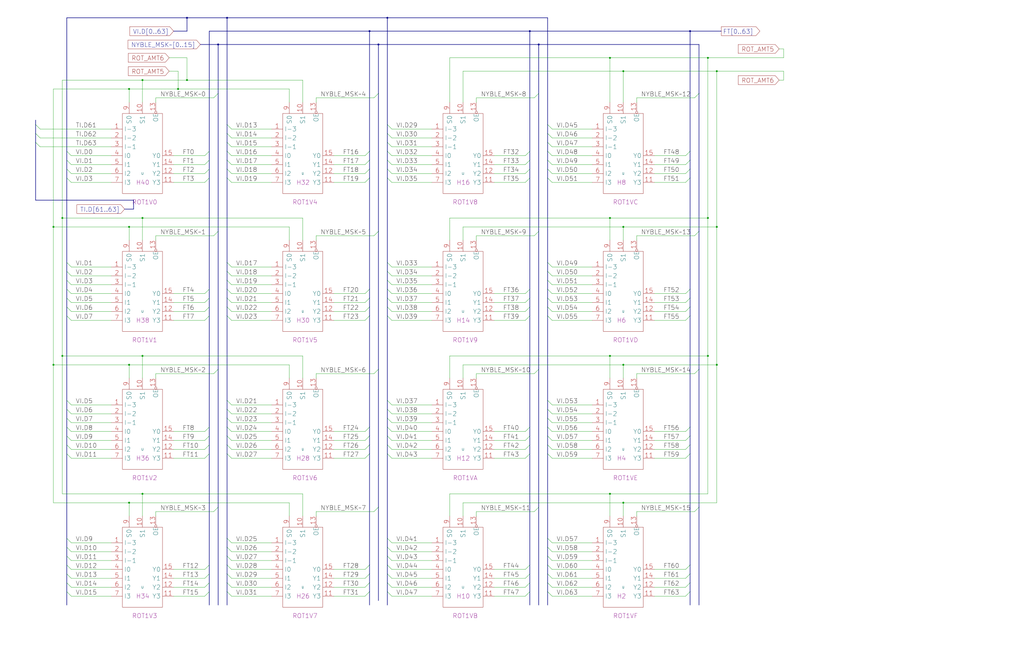
<source format=kicad_sch>
(kicad_sch (version 20220404) (generator eeschema)
  (paper "User" 584.2 378.46)
  (title_block (title "ROTATOR TIER1/VALUE HALF") (date "20-MAR-90") (rev "1.0") (comment 1 "FIU") (comment 2 "232-003065") (comment 3 "S400") (comment 4 "RELEASED"))
  (junction (at 73.66 208.28))
  (junction (at 73.66 287.02))
  (junction (at 210.82 17.78))
  (junction (at 106.68 45.72))
  (junction (at 129.54 10.16))
  (junction (at 347.98 203.2))
  (junction (at 408.94 129.54))
  (junction (at 220.98 10.16))
  (junction (at 81.28 203.2))
  (junction (at 393.7 17.78))
  (junction (at 355.6 40.64))
  (junction (at 35.56 203.2))
  (junction (at 73.66 50.8))
  (junction (at 81.28 281.94))
  (junction (at 347.98 124.46))
  (junction (at 81.28 45.72))
  (junction (at 403.86 33.02))
  (junction (at 30.48 129.54))
  (junction (at 408.94 40.64))
  (junction (at 215.9 25.4))
  (junction (at 81.28 124.46))
  (junction (at 35.56 124.46))
  (junction (at 106.68 10.16))
  (junction (at 347.98 33.02))
  (junction (at 355.6 208.28))
  (junction (at 403.86 124.46))
  (junction (at 355.6 129.54))
  (junction (at 30.48 208.28))
  (junction (at 302.26 17.78))
  (junction (at 408.94 208.28))
  (junction (at 124.46 25.4))
  (junction (at 347.98 281.94))
  (junction (at 73.66 129.54))
  (junction (at 101.6 50.8))
  (junction (at 403.86 203.2))
  (junction (at 355.6 287.02))
  (junction (at 307.34 25.4))
  (bus_entry (at 129.54 332.74) (size 2.54 2.54))
  (bus_entry (at 38.1 170.18) (size 2.54 2.54))
  (bus_entry (at 119.38 248.92) (size -2.54 2.54))
  (bus_entry (at 393.7 165.1) (size -2.54 2.54))
  (bus_entry (at 220.98 327.66) (size 2.54 2.54))
  (bus_entry (at 124.46 53.34) (size -2.54 2.54))
  (bus_entry (at 129.54 96.52) (size 2.54 2.54))
  (bus_entry (at 210.82 259.08) (size -2.54 2.54))
  (bus_entry (at 312.42 228.6) (size 2.54 2.54))
  (bus_entry (at 38.1 101.6) (size 2.54 2.54))
  (bus_entry (at 210.82 248.92) (size -2.54 2.54))
  (bus_entry (at 38.1 307.34) (size 2.54 2.54))
  (bus_entry (at 210.82 96.52) (size -2.54 2.54))
  (bus_entry (at 302.26 180.34) (size -2.54 2.54))
  (bus_entry (at 312.42 96.52) (size 2.54 2.54))
  (bus_entry (at 129.54 322.58) (size 2.54 2.54))
  (bus_entry (at 398.78 210.82) (size -2.54 2.54))
  (bus_entry (at 38.1 154.94) (size 2.54 2.54))
  (bus_entry (at 20.32 71.12) (size 2.54 2.54))
  (bus_entry (at 302.26 91.44) (size -2.54 2.54))
  (bus_entry (at 119.38 96.52) (size -2.54 2.54))
  (bus_entry (at 307.34 210.82) (size -2.54 2.54))
  (bus_entry (at 220.98 170.18) (size 2.54 2.54))
  (bus_entry (at 38.1 243.84) (size 2.54 2.54))
  (bus_entry (at 210.82 165.1) (size -2.54 2.54))
  (bus_entry (at 302.26 327.66) (size -2.54 2.54))
  (bus_entry (at 302.26 322.58) (size -2.54 2.54))
  (bus_entry (at 307.34 289.56) (size -2.54 2.54))
  (bus_entry (at 129.54 71.12) (size 2.54 2.54))
  (bus_entry (at 312.42 81.28) (size 2.54 2.54))
  (bus_entry (at 119.38 175.26) (size -2.54 2.54))
  (bus_entry (at 119.38 170.18) (size -2.54 2.54))
  (bus_entry (at 210.82 243.84) (size -2.54 2.54))
  (bus_entry (at 129.54 238.76) (size 2.54 2.54))
  (bus_entry (at 38.1 337.82) (size 2.54 2.54))
  (bus_entry (at 302.26 243.84) (size -2.54 2.54))
  (bus_entry (at 124.46 289.56) (size -2.54 2.54))
  (bus_entry (at 312.42 317.5) (size 2.54 2.54))
  (bus_entry (at 312.42 259.08) (size 2.54 2.54))
  (bus_entry (at 38.1 165.1) (size 2.54 2.54))
  (bus_entry (at 129.54 175.26) (size 2.54 2.54))
  (bus_entry (at 38.1 259.08) (size 2.54 2.54))
  (bus_entry (at 38.1 149.86) (size 2.54 2.54))
  (bus_entry (at 129.54 154.94) (size 2.54 2.54))
  (bus_entry (at 302.26 248.92) (size -2.54 2.54))
  (bus_entry (at 119.38 101.6) (size -2.54 2.54))
  (bus_entry (at 220.98 165.1) (size 2.54 2.54))
  (bus_entry (at 210.82 91.44) (size -2.54 2.54))
  (bus_entry (at 312.42 327.66) (size 2.54 2.54))
  (bus_entry (at 129.54 91.44) (size 2.54 2.54))
  (bus_entry (at 38.1 86.36) (size 2.54 2.54))
  (bus_entry (at 129.54 101.6) (size 2.54 2.54))
  (bus_entry (at 38.1 160.02) (size 2.54 2.54))
  (bus_entry (at 393.7 180.34) (size -2.54 2.54))
  (bus_entry (at 119.38 86.36) (size -2.54 2.54))
  (bus_entry (at 129.54 165.1) (size 2.54 2.54))
  (bus_entry (at 312.42 165.1) (size 2.54 2.54))
  (bus_entry (at 393.7 254) (size -2.54 2.54))
  (bus_entry (at 210.82 86.36) (size -2.54 2.54))
  (bus_entry (at 38.1 327.66) (size 2.54 2.54))
  (bus_entry (at 398.78 289.56) (size -2.54 2.54))
  (bus_entry (at 312.42 91.44) (size 2.54 2.54))
  (bus_entry (at 312.42 180.34) (size 2.54 2.54))
  (bus_entry (at 129.54 327.66) (size 2.54 2.54))
  (bus_entry (at 220.98 180.34) (size 2.54 2.54))
  (bus_entry (at 398.78 132.08) (size -2.54 2.54))
  (bus_entry (at 312.42 160.02) (size 2.54 2.54))
  (bus_entry (at 210.82 337.82) (size -2.54 2.54))
  (bus_entry (at 210.82 101.6) (size -2.54 2.54))
  (bus_entry (at 38.1 332.74) (size 2.54 2.54))
  (bus_entry (at 312.42 238.76) (size 2.54 2.54))
  (bus_entry (at 38.1 91.44) (size 2.54 2.54))
  (bus_entry (at 129.54 248.92) (size 2.54 2.54))
  (bus_entry (at 312.42 233.68) (size 2.54 2.54))
  (bus_entry (at 210.82 322.58) (size -2.54 2.54))
  (bus_entry (at 129.54 254) (size 2.54 2.54))
  (bus_entry (at 220.98 86.36) (size 2.54 2.54))
  (bus_entry (at 119.38 259.08) (size -2.54 2.54))
  (bus_entry (at 220.98 233.68) (size 2.54 2.54))
  (bus_entry (at 119.38 180.34) (size -2.54 2.54))
  (bus_entry (at 393.7 86.36) (size -2.54 2.54))
  (bus_entry (at 220.98 259.08) (size 2.54 2.54))
  (bus_entry (at 119.38 165.1) (size -2.54 2.54))
  (bus_entry (at 38.1 254) (size 2.54 2.54))
  (bus_entry (at 38.1 238.76) (size 2.54 2.54))
  (bus_entry (at 307.34 53.34) (size -2.54 2.54))
  (bus_entry (at 312.42 101.6) (size 2.54 2.54))
  (bus_entry (at 312.42 71.12) (size 2.54 2.54))
  (bus_entry (at 393.7 332.74) (size -2.54 2.54))
  (bus_entry (at 38.1 322.58) (size 2.54 2.54))
  (bus_entry (at 129.54 243.84) (size 2.54 2.54))
  (bus_entry (at 302.26 337.82) (size -2.54 2.54))
  (bus_entry (at 129.54 81.28) (size 2.54 2.54))
  (bus_entry (at 129.54 149.86) (size 2.54 2.54))
  (bus_entry (at 393.7 175.26) (size -2.54 2.54))
  (bus_entry (at 129.54 233.68) (size 2.54 2.54))
  (bus_entry (at 220.98 322.58) (size 2.54 2.54))
  (bus_entry (at 307.34 132.08) (size -2.54 2.54))
  (bus_entry (at 119.38 254) (size -2.54 2.54))
  (bus_entry (at 220.98 149.86) (size 2.54 2.54))
  (bus_entry (at 302.26 259.08) (size -2.54 2.54))
  (bus_entry (at 38.1 312.42) (size 2.54 2.54))
  (bus_entry (at 220.98 317.5) (size 2.54 2.54))
  (bus_entry (at 302.26 254) (size -2.54 2.54))
  (bus_entry (at 210.82 332.74) (size -2.54 2.54))
  (bus_entry (at 312.42 170.18) (size 2.54 2.54))
  (bus_entry (at 129.54 317.5) (size 2.54 2.54))
  (bus_entry (at 129.54 307.34) (size 2.54 2.54))
  (bus_entry (at 393.7 259.08) (size -2.54 2.54))
  (bus_entry (at 393.7 248.92) (size -2.54 2.54))
  (bus_entry (at 393.7 243.84) (size -2.54 2.54))
  (bus_entry (at 393.7 322.58) (size -2.54 2.54))
  (bus_entry (at 210.82 327.66) (size -2.54 2.54))
  (bus_entry (at 215.9 132.08) (size -2.54 2.54))
  (bus_entry (at 119.38 327.66) (size -2.54 2.54))
  (bus_entry (at 220.98 332.74) (size 2.54 2.54))
  (bus_entry (at 393.7 170.18) (size -2.54 2.54))
  (bus_entry (at 393.7 96.52) (size -2.54 2.54))
  (bus_entry (at 38.1 175.26) (size 2.54 2.54))
  (bus_entry (at 312.42 322.58) (size 2.54 2.54))
  (bus_entry (at 38.1 96.52) (size 2.54 2.54))
  (bus_entry (at 220.98 312.42) (size 2.54 2.54))
  (bus_entry (at 215.9 210.82) (size -2.54 2.54))
  (bus_entry (at 20.32 81.28) (size 2.54 2.54))
  (bus_entry (at 220.98 101.6) (size 2.54 2.54))
  (bus_entry (at 220.98 71.12) (size 2.54 2.54))
  (bus_entry (at 119.38 91.44) (size -2.54 2.54))
  (bus_entry (at 119.38 337.82) (size -2.54 2.54))
  (bus_entry (at 210.82 254) (size -2.54 2.54))
  (bus_entry (at 312.42 149.86) (size 2.54 2.54))
  (bus_entry (at 302.26 101.6) (size -2.54 2.54))
  (bus_entry (at 220.98 160.02) (size 2.54 2.54))
  (bus_entry (at 129.54 259.08) (size 2.54 2.54))
  (bus_entry (at 312.42 337.82) (size 2.54 2.54))
  (bus_entry (at 215.9 53.34) (size -2.54 2.54))
  (bus_entry (at 220.98 81.28) (size 2.54 2.54))
  (bus_entry (at 220.98 76.2) (size 2.54 2.54))
  (bus_entry (at 38.1 317.5) (size 2.54 2.54))
  (bus_entry (at 210.82 180.34) (size -2.54 2.54))
  (bus_entry (at 119.38 332.74) (size -2.54 2.54))
  (bus_entry (at 312.42 248.92) (size 2.54 2.54))
  (bus_entry (at 220.98 243.84) (size 2.54 2.54))
  (bus_entry (at 312.42 76.2) (size 2.54 2.54))
  (bus_entry (at 129.54 337.82) (size 2.54 2.54))
  (bus_entry (at 302.26 332.74) (size -2.54 2.54))
  (bus_entry (at 124.46 210.82) (size -2.54 2.54))
  (bus_entry (at 129.54 170.18) (size 2.54 2.54))
  (bus_entry (at 119.38 322.58) (size -2.54 2.54))
  (bus_entry (at 220.98 154.94) (size 2.54 2.54))
  (bus_entry (at 124.46 132.08) (size -2.54 2.54))
  (bus_entry (at 38.1 228.6) (size 2.54 2.54))
  (bus_entry (at 312.42 254) (size 2.54 2.54))
  (bus_entry (at 393.7 337.82) (size -2.54 2.54))
  (bus_entry (at 129.54 228.6) (size 2.54 2.54))
  (bus_entry (at 312.42 312.42) (size 2.54 2.54))
  (bus_entry (at 215.9 289.56) (size -2.54 2.54))
  (bus_entry (at 312.42 86.36) (size 2.54 2.54))
  (bus_entry (at 302.26 165.1) (size -2.54 2.54))
  (bus_entry (at 312.42 175.26) (size 2.54 2.54))
  (bus_entry (at 119.38 243.84) (size -2.54 2.54))
  (bus_entry (at 220.98 337.82) (size 2.54 2.54))
  (bus_entry (at 220.98 228.6) (size 2.54 2.54))
  (bus_entry (at 129.54 180.34) (size 2.54 2.54))
  (bus_entry (at 220.98 254) (size 2.54 2.54))
  (bus_entry (at 220.98 96.52) (size 2.54 2.54))
  (bus_entry (at 129.54 86.36) (size 2.54 2.54))
  (bus_entry (at 38.1 233.68) (size 2.54 2.54))
  (bus_entry (at 302.26 86.36) (size -2.54 2.54))
  (bus_entry (at 393.7 101.6) (size -2.54 2.54))
  (bus_entry (at 220.98 238.76) (size 2.54 2.54))
  (bus_entry (at 210.82 170.18) (size -2.54 2.54))
  (bus_entry (at 312.42 154.94) (size 2.54 2.54))
  (bus_entry (at 220.98 248.92) (size 2.54 2.54))
  (bus_entry (at 220.98 175.26) (size 2.54 2.54))
  (bus_entry (at 38.1 180.34) (size 2.54 2.54))
  (bus_entry (at 302.26 96.52) (size -2.54 2.54))
  (bus_entry (at 129.54 160.02) (size 2.54 2.54))
  (bus_entry (at 312.42 332.74) (size 2.54 2.54))
  (bus_entry (at 220.98 91.44) (size 2.54 2.54))
  (bus_entry (at 398.78 53.34) (size -2.54 2.54))
  (bus_entry (at 312.42 307.34) (size 2.54 2.54))
  (bus_entry (at 302.26 175.26) (size -2.54 2.54))
  (bus_entry (at 210.82 175.26) (size -2.54 2.54))
  (bus_entry (at 393.7 327.66) (size -2.54 2.54))
  (bus_entry (at 129.54 312.42) (size 2.54 2.54))
  (bus_entry (at 20.32 76.2) (size 2.54 2.54))
  (bus_entry (at 302.26 170.18) (size -2.54 2.54))
  (bus_entry (at 129.54 76.2) (size 2.54 2.54))
  (bus_entry (at 38.1 248.92) (size 2.54 2.54))
  (bus_entry (at 393.7 91.44) (size -2.54 2.54))
  (bus_entry (at 312.42 243.84) (size 2.54 2.54))
  (bus_entry (at 220.98 307.34) (size 2.54 2.54))
  (bus (pts (xy 302.26 259.08) (xy 302.26 322.58)))
  (wire (pts (xy 264.16 40.64) (xy 355.6 40.64)))
  (wire (pts (xy 101.6 40.64) (xy 101.6 50.8)))
  (wire (pts (xy 40.64 93.98) (xy 63.5 93.98)))
  (bus (pts (xy 124.46 210.82) (xy 124.46 289.56)))
  (wire (pts (xy 355.6 208.28) (xy 264.16 208.28)))
  (wire (pts (xy 223.52 241.3) (xy 246.38 241.3)))
  (wire (pts (xy 223.52 177.8) (xy 246.38 177.8)))
  (bus (pts (xy 119.38 332.74) (xy 119.38 337.82)))
  (bus (pts (xy 302.26 322.58) (xy 302.26 327.66)))
  (wire (pts (xy 256.54 124.46) (xy 347.98 124.46)))
  (bus (pts (xy 215.9 289.56) (xy 215.9 342.9)))
  (wire (pts (xy 106.68 33.02) (xy 106.68 45.72)))
  (wire (pts (xy 264.16 287.02) (xy 355.6 287.02)))
  (wire (pts (xy 314.96 335.28) (xy 337.82 335.28)))
  (wire (pts (xy 190.5 104.14) (xy 208.28 104.14)))
  (wire (pts (xy 281.94 167.64) (xy 299.72 167.64)))
  (wire (pts (xy 223.52 93.98) (xy 246.38 93.98)))
  (bus (pts (xy 398.78 132.08) (xy 398.78 210.82)))
  (wire (pts (xy 132.08 162.56) (xy 154.94 162.56)))
  (bus (pts (xy 220.98 243.84) (xy 220.98 248.92)))
  (wire (pts (xy 40.64 152.4) (xy 63.5 152.4)))
  (wire (pts (xy 355.6 40.64) (xy 355.6 58.42)))
  (bus (pts (xy 312.42 160.02) (xy 312.42 165.1)))
  (wire (pts (xy 447.04 33.02) (xy 403.86 33.02)))
  (bus (pts (xy 398.78 210.82) (xy 398.78 289.56)))
  (wire (pts (xy 81.28 45.72) (xy 81.28 58.42)))
  (bus (pts (xy 312.42 71.12) (xy 312.42 76.2)))
  (wire (pts (xy 444.5 45.72) (xy 447.04 45.72)))
  (wire (pts (xy 281.94 182.88) (xy 299.72 182.88)))
  (wire (pts (xy 132.08 261.62) (xy 154.94 261.62)))
  (wire (pts (xy 223.52 162.56) (xy 246.38 162.56)))
  (wire (pts (xy 81.28 203.2) (xy 81.28 215.9)))
  (wire (pts (xy 190.5 256.54) (xy 208.28 256.54)))
  (bus (pts (xy 312.42 76.2) (xy 312.42 81.28)))
  (bus (pts (xy 312.42 233.68) (xy 312.42 238.76)))
  (bus (pts (xy 119.38 254) (xy 119.38 259.08)))
  (bus (pts (xy 220.98 154.94) (xy 220.98 160.02)))
  (bus (pts (xy 119.38 17.78) (xy 119.38 86.36)))
  (wire (pts (xy 190.5 182.88) (xy 208.28 182.88)))
  (bus (pts (xy 210.82 180.34) (xy 210.82 243.84)))
  (bus (pts (xy 210.82 175.26) (xy 210.82 180.34)))
  (wire (pts (xy 281.94 177.8) (xy 299.72 177.8)))
  (wire (pts (xy 81.28 281.94) (xy 35.56 281.94)))
  (wire (pts (xy 190.5 99.06) (xy 208.28 99.06)))
  (bus (pts (xy 220.98 170.18) (xy 220.98 175.26)))
  (bus (pts (xy 38.1 149.86) (xy 38.1 154.94)))
  (bus (pts (xy 302.26 327.66) (xy 302.26 332.74)))
  (bus (pts (xy 312.42 248.92) (xy 312.42 254)))
  (bus (pts (xy 119.38 165.1) (xy 119.38 170.18)))
  (wire (pts (xy 190.5 330.2) (xy 208.28 330.2)))
  (wire (pts (xy 444.5 27.94) (xy 447.04 27.94)))
  (wire (pts (xy 363.22 213.36) (xy 363.22 215.9)))
  (bus (pts (xy 312.42 175.26) (xy 312.42 180.34)))
  (wire (pts (xy 314.96 251.46) (xy 337.82 251.46)))
  (wire (pts (xy 40.64 172.72) (xy 63.5 172.72)))
  (wire (pts (xy 314.96 93.98) (xy 337.82 93.98)))
  (wire (pts (xy 99.06 325.12) (xy 116.84 325.12)))
  (wire (pts (xy 223.52 167.64) (xy 246.38 167.64)))
  (bus (pts (xy 38.1 332.74) (xy 38.1 337.82)))
  (bus (pts (xy 129.54 154.94) (xy 129.54 160.02)))
  (wire (pts (xy 81.28 45.72) (xy 106.68 45.72)))
  (bus (pts (xy 129.54 259.08) (xy 129.54 307.34)))
  (bus (pts (xy 312.42 259.08) (xy 312.42 307.34)))
  (wire (pts (xy 373.38 99.06) (xy 391.16 99.06)))
  (wire (pts (xy 347.98 33.02) (xy 347.98 58.42)))
  (wire (pts (xy 132.08 246.38) (xy 154.94 246.38)))
  (wire (pts (xy 403.86 33.02) (xy 403.86 124.46)))
  (bus (pts (xy 129.54 327.66) (xy 129.54 332.74)))
  (bus (pts (xy 210.82 17.78) (xy 302.26 17.78)))
  (wire (pts (xy 314.96 246.38) (xy 337.82 246.38)))
  (wire (pts (xy 408.94 208.28) (xy 355.6 208.28)))
  (wire (pts (xy 35.56 281.94) (xy 35.56 203.2)))
  (wire (pts (xy 281.94 261.62) (xy 299.72 261.62)))
  (wire (pts (xy 314.96 83.82) (xy 337.82 83.82)))
  (wire (pts (xy 40.64 330.2) (xy 63.5 330.2)))
  (bus (pts (xy 393.7 259.08) (xy 393.7 322.58)))
  (bus (pts (xy 220.98 86.36) (xy 220.98 91.44)))
  (wire (pts (xy 132.08 309.88) (xy 154.94 309.88)))
  (bus (pts (xy 129.54 175.26) (xy 129.54 180.34)))
  (bus (pts (xy 129.54 101.6) (xy 129.54 149.86)))
  (bus (pts (xy 129.54 10.16) (xy 220.98 10.16)))
  (bus (pts (xy 129.54 10.16) (xy 129.54 71.12)))
  (bus (pts (xy 312.42 91.44) (xy 312.42 96.52)))
  (bus (pts (xy 302.26 332.74) (xy 302.26 337.82)))
  (bus (pts (xy 393.7 175.26) (xy 393.7 180.34)))
  (bus (pts (xy 312.42 96.52) (xy 312.42 101.6)))
  (wire (pts (xy 314.96 330.2) (xy 337.82 330.2)))
  (wire (pts (xy 132.08 93.98) (xy 154.94 93.98)))
  (bus (pts (xy 302.26 337.82) (xy 302.26 345.44)))
  (bus (pts (xy 210.82 243.84) (xy 210.82 248.92)))
  (wire (pts (xy 132.08 256.54) (xy 154.94 256.54)))
  (bus (pts (xy 215.9 53.34) (xy 215.9 132.08)))
  (wire (pts (xy 223.52 309.88) (xy 246.38 309.88)))
  (bus (pts (xy 38.1 170.18) (xy 38.1 175.26)))
  (wire (pts (xy 132.08 104.14) (xy 154.94 104.14)))
  (wire (pts (xy 132.08 177.8) (xy 154.94 177.8)))
  (wire (pts (xy 355.6 287.02) (xy 408.94 287.02)))
  (bus (pts (xy 210.82 254) (xy 210.82 259.08)))
  (bus (pts (xy 99.06 17.78) (xy 106.68 17.78)))
  (bus (pts (xy 215.9 25.4) (xy 215.9 53.34)))
  (wire (pts (xy 223.52 152.4) (xy 246.38 152.4)))
  (wire (pts (xy 373.38 251.46) (xy 391.16 251.46)))
  (bus (pts (xy 38.1 243.84) (xy 38.1 248.92)))
  (bus (pts (xy 38.1 101.6) (xy 38.1 149.86)))
  (wire (pts (xy 30.48 208.28) (xy 30.48 129.54)))
  (bus (pts (xy 302.26 248.92) (xy 302.26 254)))
  (bus (pts (xy 220.98 307.34) (xy 220.98 312.42)))
  (wire (pts (xy 40.64 340.36) (xy 63.5 340.36)))
  (bus (pts (xy 119.38 175.26) (xy 119.38 180.34)))
  (wire (pts (xy 40.64 309.88) (xy 63.5 309.88)))
  (bus (pts (xy 129.54 96.52) (xy 129.54 101.6)))
  (wire (pts (xy 172.72 203.2) (xy 172.72 215.9)))
  (bus (pts (xy 129.54 170.18) (xy 129.54 175.26)))
  (wire (pts (xy 172.72 281.94) (xy 172.72 294.64)))
  (bus (pts (xy 38.1 254) (xy 38.1 259.08)))
  (wire (pts (xy 223.52 330.2) (xy 246.38 330.2)))
  (wire (pts (xy 281.94 104.14) (xy 299.72 104.14)))
  (wire (pts (xy 347.98 203.2) (xy 347.98 215.9)))
  (wire (pts (xy 271.78 213.36) (xy 304.8 213.36)))
  (bus (pts (xy 302.26 17.78) (xy 393.7 17.78)))
  (wire (pts (xy 373.38 93.98) (xy 391.16 93.98)))
  (wire (pts (xy 373.38 246.38) (xy 391.16 246.38)))
  (wire (pts (xy 99.06 88.9) (xy 116.84 88.9)))
  (bus (pts (xy 38.1 238.76) (xy 38.1 243.84)))
  (wire (pts (xy 223.52 251.46) (xy 246.38 251.46)))
  (wire (pts (xy 101.6 50.8) (xy 165.1 50.8)))
  (wire (pts (xy 190.5 325.12) (xy 208.28 325.12)))
  (wire (pts (xy 223.52 340.36) (xy 246.38 340.36)))
  (bus (pts (xy 129.54 81.28) (xy 129.54 86.36)))
  (wire (pts (xy 99.06 340.36) (xy 116.84 340.36)))
  (wire (pts (xy 223.52 104.14) (xy 246.38 104.14)))
  (bus (pts (xy 302.26 165.1) (xy 302.26 170.18)))
  (wire (pts (xy 373.38 340.36) (xy 391.16 340.36)))
  (bus (pts (xy 220.98 10.16) (xy 312.42 10.16)))
  (wire (pts (xy 40.64 236.22) (xy 63.5 236.22)))
  (wire (pts (xy 223.52 325.12) (xy 246.38 325.12)))
  (wire (pts (xy 281.94 246.38) (xy 299.72 246.38)))
  (wire (pts (xy 314.96 78.74) (xy 337.82 78.74)))
  (wire (pts (xy 271.78 213.36) (xy 271.78 215.9)))
  (bus (pts (xy 302.26 86.36) (xy 302.26 91.44)))
  (bus (pts (xy 124.46 25.4) (xy 124.46 53.34)))
  (wire (pts (xy 190.5 167.64) (xy 208.28 167.64)))
  (bus (pts (xy 210.82 259.08) (xy 210.82 322.58)))
  (wire (pts (xy 165.1 287.02) (xy 165.1 294.64)))
  (wire (pts (xy 355.6 129.54) (xy 355.6 137.16)))
  (bus (pts (xy 393.7 332.74) (xy 393.7 337.82)))
  (bus (pts (xy 312.42 327.66) (xy 312.42 332.74)))
  (bus (pts (xy 38.1 322.58) (xy 38.1 327.66)))
  (wire (pts (xy 30.48 50.8) (xy 73.66 50.8)))
  (bus (pts (xy 398.78 25.4) (xy 398.78 53.34)))
  (wire (pts (xy 281.94 172.72) (xy 299.72 172.72)))
  (wire (pts (xy 40.64 167.64) (xy 63.5 167.64)))
  (bus (pts (xy 38.1 228.6) (xy 38.1 233.68)))
  (wire (pts (xy 281.94 251.46) (xy 299.72 251.46)))
  (wire (pts (xy 314.96 157.48) (xy 337.82 157.48)))
  (wire (pts (xy 347.98 281.94) (xy 347.98 294.64)))
  (bus (pts (xy 302.26 254) (xy 302.26 259.08)))
  (wire (pts (xy 223.52 236.22) (xy 246.38 236.22)))
  (wire (pts (xy 40.64 251.46) (xy 63.5 251.46)))
  (bus (pts (xy 312.42 312.42) (xy 312.42 317.5)))
  (bus (pts (xy 119.38 96.52) (xy 119.38 101.6)))
  (wire (pts (xy 314.96 309.88) (xy 337.82 309.88)))
  (bus (pts (xy 302.26 96.52) (xy 302.26 101.6)))
  (bus (pts (xy 106.68 17.78) (xy 106.68 10.16)))
  (bus (pts (xy 307.34 25.4) (xy 398.78 25.4)))
  (bus (pts (xy 220.98 254) (xy 220.98 259.08)))
  (wire (pts (xy 408.94 129.54) (xy 408.94 208.28)))
  (bus (pts (xy 119.38 91.44) (xy 119.38 96.52)))
  (wire (pts (xy 73.66 50.8) (xy 101.6 50.8)))
  (wire (pts (xy 363.22 292.1) (xy 396.24 292.1)))
  (bus (pts (xy 393.7 248.92) (xy 393.7 254)))
  (bus (pts (xy 312.42 170.18) (xy 312.42 175.26)))
  (wire (pts (xy 35.56 124.46) (xy 35.56 45.72)))
  (wire (pts (xy 363.22 55.88) (xy 363.22 58.42)))
  (wire (pts (xy 132.08 330.2) (xy 154.94 330.2)))
  (bus (pts (xy 398.78 53.34) (xy 398.78 132.08)))
  (wire (pts (xy 314.96 104.14) (xy 337.82 104.14)))
  (bus (pts (xy 312.42 337.82) (xy 312.42 345.44)))
  (bus (pts (xy 124.46 25.4) (xy 215.9 25.4)))
  (bus (pts (xy 215.9 132.08) (xy 215.9 210.82)))
  (wire (pts (xy 355.6 40.64) (xy 408.94 40.64)))
  (bus (pts (xy 210.82 337.82) (xy 210.82 345.44)))
  (bus (pts (xy 220.98 160.02) (xy 220.98 165.1)))
  (bus (pts (xy 119.38 170.18) (xy 119.38 175.26)))
  (bus (pts (xy 210.82 170.18) (xy 210.82 175.26)))
  (wire (pts (xy 271.78 55.88) (xy 271.78 58.42)))
  (wire (pts (xy 73.66 50.8) (xy 73.66 58.42)))
  (bus (pts (xy 393.7 243.84) (xy 393.7 248.92)))
  (wire (pts (xy 314.96 177.8) (xy 337.82 177.8)))
  (wire (pts (xy 73.66 208.28) (xy 73.66 215.9)))
  (bus (pts (xy 119.38 17.78) (xy 210.82 17.78)))
  (wire (pts (xy 88.9 55.88) (xy 121.92 55.88)))
  (bus (pts (xy 124.46 132.08) (xy 124.46 210.82)))
  (wire (pts (xy 314.96 99.06) (xy 337.82 99.06)))
  (wire (pts (xy 281.94 256.54) (xy 299.72 256.54)))
  (bus (pts (xy 307.34 289.56) (xy 307.34 345.44)))
  (bus (pts (xy 38.1 96.52) (xy 38.1 101.6)))
  (wire (pts (xy 314.96 256.54) (xy 337.82 256.54)))
  (wire (pts (xy 132.08 340.36) (xy 154.94 340.36)))
  (bus (pts (xy 76.2 119.38) (xy 76.2 114.3)))
  (bus (pts (xy 302.26 175.26) (xy 302.26 180.34)))
  (wire (pts (xy 81.28 281.94) (xy 81.28 294.64)))
  (bus (pts (xy 312.42 322.58) (xy 312.42 327.66)))
  (wire (pts (xy 223.52 157.48) (xy 246.38 157.48)))
  (bus (pts (xy 210.82 96.52) (xy 210.82 101.6)))
  (wire (pts (xy 190.5 335.28) (xy 208.28 335.28)))
  (wire (pts (xy 180.34 292.1) (xy 180.34 294.64)))
  (wire (pts (xy 99.06 104.14) (xy 116.84 104.14)))
  (wire (pts (xy 363.22 213.36) (xy 396.24 213.36)))
  (wire (pts (xy 99.06 99.06) (xy 116.84 99.06)))
  (bus (pts (xy 129.54 180.34) (xy 129.54 228.6)))
  (wire (pts (xy 281.94 93.98) (xy 299.72 93.98)))
  (wire (pts (xy 223.52 256.54) (xy 246.38 256.54)))
  (wire (pts (xy 355.6 129.54) (xy 408.94 129.54)))
  (bus (pts (xy 312.42 180.34) (xy 312.42 228.6)))
  (bus (pts (xy 38.1 307.34) (xy 38.1 312.42)))
  (wire (pts (xy 256.54 33.02) (xy 256.54 58.42)))
  (wire (pts (xy 373.38 88.9) (xy 391.16 88.9)))
  (wire (pts (xy 30.48 129.54) (xy 30.48 50.8)))
  (bus (pts (xy 210.82 165.1) (xy 210.82 170.18)))
  (bus (pts (xy 312.42 101.6) (xy 312.42 149.86)))
  (wire (pts (xy 88.9 55.88) (xy 88.9 58.42)))
  (wire (pts (xy 22.86 83.82) (xy 63.5 83.82)))
  (wire (pts (xy 40.64 246.38) (xy 63.5 246.38)))
  (bus (pts (xy 129.54 322.58) (xy 129.54 327.66)))
  (wire (pts (xy 190.5 340.36) (xy 208.28 340.36)))
  (wire (pts (xy 132.08 88.9) (xy 154.94 88.9)))
  (bus (pts (xy 215.9 210.82) (xy 215.9 289.56)))
  (wire (pts (xy 347.98 33.02) (xy 403.86 33.02)))
  (wire (pts (xy 281.94 330.2) (xy 299.72 330.2)))
  (wire (pts (xy 132.08 335.28) (xy 154.94 335.28)))
  (bus (pts (xy 307.34 210.82) (xy 307.34 289.56)))
  (bus (pts (xy 312.42 307.34) (xy 312.42 312.42)))
  (wire (pts (xy 40.64 104.14) (xy 63.5 104.14)))
  (wire (pts (xy 22.86 78.74) (xy 63.5 78.74)))
  (wire (pts (xy 190.5 246.38) (xy 208.28 246.38)))
  (wire (pts (xy 132.08 157.48) (xy 154.94 157.48)))
  (wire (pts (xy 355.6 208.28) (xy 355.6 215.9)))
  (bus (pts (xy 215.9 25.4) (xy 307.34 25.4)))
  (bus (pts (xy 38.1 259.08) (xy 38.1 307.34)))
  (wire (pts (xy 271.78 134.62) (xy 304.8 134.62)))
  (wire (pts (xy 271.78 292.1) (xy 271.78 294.64)))
  (bus (pts (xy 76.2 114.3) (xy 20.32 114.3)))
  (wire (pts (xy 106.68 45.72) (xy 172.72 45.72)))
  (wire (pts (xy 223.52 261.62) (xy 246.38 261.62)))
  (bus (pts (xy 220.98 332.74) (xy 220.98 337.82)))
  (bus (pts (xy 393.7 327.66) (xy 393.7 332.74)))
  (wire (pts (xy 264.16 40.64) (xy 264.16 58.42)))
  (wire (pts (xy 40.64 182.88) (xy 63.5 182.88)))
  (wire (pts (xy 35.56 124.46) (xy 81.28 124.46)))
  (wire (pts (xy 73.66 287.02) (xy 165.1 287.02)))
  (wire (pts (xy 223.52 246.38) (xy 246.38 246.38)))
  (wire (pts (xy 73.66 287.02) (xy 73.66 294.64)))
  (bus (pts (xy 220.98 175.26) (xy 220.98 180.34)))
  (bus (pts (xy 220.98 233.68) (xy 220.98 238.76)))
  (wire (pts (xy 73.66 129.54) (xy 165.1 129.54)))
  (wire (pts (xy 35.56 203.2) (xy 35.56 124.46)))
  (wire (pts (xy 88.9 292.1) (xy 121.92 292.1)))
  (wire (pts (xy 256.54 281.94) (xy 256.54 294.64)))
  (bus (pts (xy 129.54 337.82) (xy 129.54 345.44)))
  (wire (pts (xy 373.38 261.62) (xy 391.16 261.62)))
  (wire (pts (xy 40.64 177.8) (xy 63.5 177.8)))
  (wire (pts (xy 223.52 320.04) (xy 246.38 320.04)))
  (wire (pts (xy 223.52 231.14) (xy 246.38 231.14)))
  (wire (pts (xy 132.08 73.66) (xy 154.94 73.66)))
  (wire (pts (xy 81.28 124.46) (xy 81.28 137.16)))
  (bus (pts (xy 302.26 170.18) (xy 302.26 175.26)))
  (bus (pts (xy 129.54 91.44) (xy 129.54 96.52)))
  (bus (pts (xy 38.1 327.66) (xy 38.1 332.74)))
  (wire (pts (xy 172.72 124.46) (xy 172.72 137.16)))
  (wire (pts (xy 223.52 78.74) (xy 246.38 78.74)))
  (wire (pts (xy 180.34 134.62) (xy 180.34 137.16)))
  (bus (pts (xy 210.82 101.6) (xy 210.82 165.1)))
  (wire (pts (xy 165.1 129.54) (xy 165.1 137.16)))
  (wire (pts (xy 22.86 73.66) (xy 63.5 73.66)))
  (bus (pts (xy 129.54 86.36) (xy 129.54 91.44)))
  (wire (pts (xy 314.96 236.22) (xy 337.82 236.22)))
  (bus (pts (xy 129.54 254) (xy 129.54 259.08)))
  (wire (pts (xy 180.34 134.62) (xy 213.36 134.62)))
  (wire (pts (xy 271.78 134.62) (xy 271.78 137.16)))
  (bus (pts (xy 393.7 165.1) (xy 393.7 170.18)))
  (bus (pts (xy 210.82 248.92) (xy 210.82 254)))
  (wire (pts (xy 30.48 208.28) (xy 73.66 208.28)))
  (wire (pts (xy 314.96 320.04) (xy 337.82 320.04)))
  (bus (pts (xy 119.38 248.92) (xy 119.38 254)))
  (wire (pts (xy 35.56 45.72) (xy 81.28 45.72)))
  (bus (pts (xy 38.1 312.42) (xy 38.1 317.5)))
  (bus (pts (xy 393.7 254) (xy 393.7 259.08)))
  (wire (pts (xy 403.86 203.2) (xy 347.98 203.2)))
  (wire (pts (xy 99.06 335.28) (xy 116.84 335.28)))
  (bus (pts (xy 20.32 81.28) (xy 20.32 114.3)))
  (wire (pts (xy 96.52 40.64) (xy 101.6 40.64)))
  (bus (pts (xy 302.26 17.78) (xy 302.26 86.36)))
  (wire (pts (xy 223.52 314.96) (xy 246.38 314.96)))
  (wire (pts (xy 223.52 172.72) (xy 246.38 172.72)))
  (bus (pts (xy 312.42 243.84) (xy 312.42 248.92)))
  (wire (pts (xy 81.28 281.94) (xy 172.72 281.94)))
  (wire (pts (xy 271.78 292.1) (xy 304.8 292.1)))
  (bus (pts (xy 129.54 243.84) (xy 129.54 248.92)))
  (bus (pts (xy 119.38 327.66) (xy 119.38 332.74)))
  (wire (pts (xy 88.9 213.36) (xy 88.9 215.9)))
  (wire (pts (xy 314.96 241.3) (xy 337.82 241.3)))
  (bus (pts (xy 129.54 248.92) (xy 129.54 254)))
  (bus (pts (xy 38.1 165.1) (xy 38.1 170.18)))
  (wire (pts (xy 347.98 281.94) (xy 403.86 281.94)))
  (wire (pts (xy 99.06 172.72) (xy 116.84 172.72)))
  (wire (pts (xy 403.86 281.94) (xy 403.86 203.2)))
  (wire (pts (xy 281.94 340.36) (xy 299.72 340.36)))
  (wire (pts (xy 408.94 40.64) (xy 408.94 129.54)))
  (wire (pts (xy 73.66 208.28) (xy 165.1 208.28)))
  (wire (pts (xy 314.96 314.96) (xy 337.82 314.96)))
  (wire (pts (xy 132.08 167.64) (xy 154.94 167.64)))
  (bus (pts (xy 220.98 248.92) (xy 220.98 254)))
  (bus (pts (xy 312.42 86.36) (xy 312.42 91.44)))
  (bus (pts (xy 393.7 17.78) (xy 393.7 86.36)))
  (bus (pts (xy 38.1 10.16) (xy 106.68 10.16)))
  (wire (pts (xy 99.06 167.64) (xy 116.84 167.64)))
  (wire (pts (xy 132.08 320.04) (xy 154.94 320.04)))
  (bus (pts (xy 129.54 307.34) (xy 129.54 312.42)))
  (wire (pts (xy 172.72 45.72) (xy 172.72 58.42)))
  (wire (pts (xy 40.64 162.56) (xy 63.5 162.56)))
  (wire (pts (xy 363.22 292.1) (xy 363.22 294.64)))
  (bus (pts (xy 129.54 76.2) (xy 129.54 81.28)))
  (bus (pts (xy 302.26 243.84) (xy 302.26 248.92)))
  (wire (pts (xy 40.64 320.04) (xy 63.5 320.04)))
  (bus (pts (xy 220.98 238.76) (xy 220.98 243.84)))
  (bus (pts (xy 129.54 233.68) (xy 129.54 238.76)))
  (wire (pts (xy 40.64 88.9) (xy 63.5 88.9)))
  (wire (pts (xy 256.54 33.02) (xy 347.98 33.02)))
  (wire (pts (xy 264.16 287.02) (xy 264.16 294.64)))
  (wire (pts (xy 180.34 292.1) (xy 213.36 292.1)))
  (bus (pts (xy 398.78 289.56) (xy 398.78 345.44)))
  (wire (pts (xy 373.38 177.8) (xy 391.16 177.8)))
  (bus (pts (xy 129.54 312.42) (xy 129.54 317.5)))
  (wire (pts (xy 373.38 335.28) (xy 391.16 335.28)))
  (wire (pts (xy 88.9 292.1) (xy 88.9 294.64)))
  (wire (pts (xy 314.96 167.64) (xy 337.82 167.64)))
  (wire (pts (xy 132.08 251.46) (xy 154.94 251.46)))
  (wire (pts (xy 373.38 167.64) (xy 391.16 167.64)))
  (bus (pts (xy 210.82 322.58) (xy 210.82 327.66)))
  (wire (pts (xy 373.38 330.2) (xy 391.16 330.2)))
  (wire (pts (xy 40.64 335.28) (xy 63.5 335.28)))
  (bus (pts (xy 393.7 170.18) (xy 393.7 175.26)))
  (wire (pts (xy 373.38 104.14) (xy 391.16 104.14)))
  (wire (pts (xy 363.22 134.62) (xy 363.22 137.16)))
  (wire (pts (xy 347.98 124.46) (xy 403.86 124.46)))
  (bus (pts (xy 129.54 165.1) (xy 129.54 170.18)))
  (wire (pts (xy 363.22 134.62) (xy 396.24 134.62)))
  (wire (pts (xy 180.34 213.36) (xy 180.34 215.9)))
  (bus (pts (xy 312.42 332.74) (xy 312.42 337.82)))
  (wire (pts (xy 355.6 287.02) (xy 355.6 294.64)))
  (wire (pts (xy 132.08 99.06) (xy 154.94 99.06)))
  (bus (pts (xy 312.42 254) (xy 312.42 259.08)))
  (wire (pts (xy 40.64 241.3) (xy 63.5 241.3)))
  (wire (pts (xy 314.96 88.9) (xy 337.82 88.9)))
  (bus (pts (xy 307.34 25.4) (xy 307.34 53.34)))
  (bus (pts (xy 20.32 71.12) (xy 20.32 76.2)))
  (wire (pts (xy 256.54 281.94) (xy 347.98 281.94)))
  (bus (pts (xy 38.1 91.44) (xy 38.1 96.52)))
  (wire (pts (xy 256.54 203.2) (xy 256.54 215.9)))
  (bus (pts (xy 38.1 10.16) (xy 38.1 86.36)))
  (wire (pts (xy 99.06 251.46) (xy 116.84 251.46)))
  (bus (pts (xy 119.38 180.34) (xy 119.38 243.84)))
  (wire (pts (xy 373.38 325.12) (xy 391.16 325.12)))
  (wire (pts (xy 190.5 93.98) (xy 208.28 93.98)))
  (wire (pts (xy 271.78 55.88) (xy 304.8 55.88)))
  (wire (pts (xy 165.1 208.28) (xy 165.1 215.9)))
  (wire (pts (xy 40.64 314.96) (xy 63.5 314.96)))
  (wire (pts (xy 99.06 182.88) (xy 116.84 182.88)))
  (bus (pts (xy 220.98 149.86) (xy 220.98 154.94)))
  (wire (pts (xy 373.38 182.88) (xy 391.16 182.88)))
  (wire (pts (xy 373.38 256.54) (xy 391.16 256.54)))
  (bus (pts (xy 20.32 68.58) (xy 20.32 71.12)))
  (wire (pts (xy 408.94 287.02) (xy 408.94 208.28)))
  (wire (pts (xy 223.52 99.06) (xy 246.38 99.06)))
  (bus (pts (xy 38.1 248.92) (xy 38.1 254)))
  (bus (pts (xy 393.7 91.44) (xy 393.7 96.52)))
  (wire (pts (xy 40.64 261.62) (xy 63.5 261.62)))
  (wire (pts (xy 314.96 73.66) (xy 337.82 73.66)))
  (wire (pts (xy 363.22 55.88) (xy 396.24 55.88)))
  (bus (pts (xy 312.42 10.16) (xy 312.42 71.12)))
  (wire (pts (xy 264.16 208.28) (xy 264.16 215.9)))
  (bus (pts (xy 129.54 149.86) (xy 129.54 154.94)))
  (bus (pts (xy 220.98 81.28) (xy 220.98 86.36)))
  (wire (pts (xy 347.98 124.46) (xy 347.98 137.16)))
  (wire (pts (xy 314.96 261.62) (xy 337.82 261.62)))
  (wire (pts (xy 190.5 177.8) (xy 208.28 177.8)))
  (bus (pts (xy 129.54 71.12) (xy 129.54 76.2)))
  (bus (pts (xy 393.7 337.82) (xy 393.7 345.44)))
  (wire (pts (xy 403.86 124.46) (xy 403.86 203.2)))
  (wire (pts (xy 223.52 335.28) (xy 246.38 335.28)))
  (bus (pts (xy 38.1 86.36) (xy 38.1 91.44)))
  (wire (pts (xy 314.96 182.88) (xy 337.82 182.88)))
  (bus (pts (xy 129.54 317.5) (xy 129.54 322.58)))
  (wire (pts (xy 314.96 325.12) (xy 337.82 325.12)))
  (bus (pts (xy 38.1 317.5) (xy 38.1 322.58)))
  (wire (pts (xy 281.94 99.06) (xy 299.72 99.06)))
  (wire (pts (xy 264.16 129.54) (xy 264.16 137.16)))
  (bus (pts (xy 220.98 96.52) (xy 220.98 101.6)))
  (bus (pts (xy 312.42 149.86) (xy 312.42 154.94)))
  (bus (pts (xy 220.98 312.42) (xy 220.98 317.5)))
  (wire (pts (xy 314.96 172.72) (xy 337.82 172.72)))
  (wire (pts (xy 99.06 93.98) (xy 116.84 93.98)))
  (wire (pts (xy 99.06 256.54) (xy 116.84 256.54)))
  (wire (pts (xy 165.1 50.8) (xy 165.1 58.42)))
  (bus (pts (xy 220.98 10.16) (xy 220.98 71.12)))
  (bus (pts (xy 220.98 337.82) (xy 220.98 345.44)))
  (bus (pts (xy 129.54 228.6) (xy 129.54 233.68)))
  (bus (pts (xy 71.12 119.38) (xy 76.2 119.38)))
  (wire (pts (xy 132.08 78.74) (xy 154.94 78.74)))
  (wire (pts (xy 314.96 340.36) (xy 337.82 340.36)))
  (bus (pts (xy 312.42 317.5) (xy 312.42 322.58)))
  (wire (pts (xy 132.08 83.82) (xy 154.94 83.82)))
  (wire (pts (xy 281.94 325.12) (xy 299.72 325.12)))
  (wire (pts (xy 347.98 203.2) (xy 256.54 203.2)))
  (wire (pts (xy 447.04 40.64) (xy 408.94 40.64)))
  (bus (pts (xy 393.7 101.6) (xy 393.7 165.1)))
  (bus (pts (xy 393.7 322.58) (xy 393.7 327.66)))
  (bus (pts (xy 119.38 337.82) (xy 119.38 345.44)))
  (wire (pts (xy 223.52 83.82) (xy 246.38 83.82)))
  (bus (pts (xy 210.82 86.36) (xy 210.82 91.44)))
  (bus (pts (xy 312.42 81.28) (xy 312.42 86.36)))
  (wire (pts (xy 35.56 203.2) (xy 81.28 203.2)))
  (bus (pts (xy 302.26 180.34) (xy 302.26 243.84)))
  (bus (pts (xy 302.26 91.44) (xy 302.26 96.52)))
  (bus (pts (xy 393.7 17.78) (xy 411.48 17.78)))
  (bus (pts (xy 210.82 327.66) (xy 210.82 332.74)))
  (wire (pts (xy 132.08 236.22) (xy 154.94 236.22)))
  (bus (pts (xy 38.1 175.26) (xy 38.1 180.34)))
  (bus (pts (xy 393.7 96.52) (xy 393.7 101.6)))
  (wire (pts (xy 96.52 33.02) (xy 106.68 33.02)))
  (wire (pts (xy 264.16 129.54) (xy 355.6 129.54)))
  (bus (pts (xy 119.38 259.08) (xy 119.38 322.58)))
  (wire (pts (xy 190.5 88.9) (xy 208.28 88.9)))
  (wire (pts (xy 132.08 314.96) (xy 154.94 314.96)))
  (bus (pts (xy 307.34 132.08) (xy 307.34 210.82)))
  (wire (pts (xy 99.06 246.38) (xy 116.84 246.38)))
  (wire (pts (xy 223.52 182.88) (xy 246.38 182.88)))
  (wire (pts (xy 180.34 213.36) (xy 213.36 213.36)))
  (bus (pts (xy 220.98 71.12) (xy 220.98 76.2)))
  (bus (pts (xy 119.38 322.58) (xy 119.38 327.66)))
  (bus (pts (xy 220.98 180.34) (xy 220.98 228.6)))
  (wire (pts (xy 223.52 73.66) (xy 246.38 73.66)))
  (bus (pts (xy 302.26 101.6) (xy 302.26 165.1)))
  (bus (pts (xy 129.54 332.74) (xy 129.54 337.82)))
  (bus (pts (xy 220.98 76.2) (xy 220.98 81.28)))
  (bus (pts (xy 312.42 238.76) (xy 312.42 243.84)))
  (wire (pts (xy 132.08 182.88) (xy 154.94 182.88)))
  (wire (pts (xy 190.5 261.62) (xy 208.28 261.62)))
  (wire (pts (xy 40.64 99.06) (xy 63.5 99.06)))
  (wire (pts (xy 40.64 325.12) (xy 63.5 325.12)))
  (wire (pts (xy 281.94 88.9) (xy 299.72 88.9)))
  (wire (pts (xy 373.38 172.72) (xy 391.16 172.72)))
  (wire (pts (xy 190.5 251.46) (xy 208.28 251.46)))
  (wire (pts (xy 40.64 256.54) (xy 63.5 256.54)))
  (bus (pts (xy 129.54 160.02) (xy 129.54 165.1)))
  (wire (pts (xy 180.34 55.88) (xy 180.34 58.42)))
  (wire (pts (xy 99.06 177.8) (xy 116.84 177.8)))
  (wire (pts (xy 88.9 134.62) (xy 121.92 134.62)))
  (wire (pts (xy 99.06 330.2) (xy 116.84 330.2)))
  (wire (pts (xy 40.64 231.14) (xy 63.5 231.14)))
  (wire (pts (xy 132.08 241.3) (xy 154.94 241.3)))
  (wire (pts (xy 180.34 55.88) (xy 213.36 55.88)))
  (wire (pts (xy 40.64 157.48) (xy 63.5 157.48)))
  (bus (pts (xy 38.1 337.82) (xy 38.1 345.44)))
  (wire (pts (xy 88.9 134.62) (xy 88.9 137.16)))
  (wire (pts (xy 256.54 124.46) (xy 256.54 137.16)))
  (wire (pts (xy 281.94 335.28) (xy 299.72 335.28)))
  (wire (pts (xy 447.04 45.72) (xy 447.04 40.64)))
  (bus (pts (xy 114.3 25.4) (xy 124.46 25.4)))
  (wire (pts (xy 132.08 325.12) (xy 154.94 325.12)))
  (wire (pts (xy 30.48 129.54) (xy 73.66 129.54)))
  (wire (pts (xy 132.08 231.14) (xy 154.94 231.14)))
  (bus (pts (xy 220.98 228.6) (xy 220.98 233.68)))
  (bus (pts (xy 129.54 238.76) (xy 129.54 243.84)))
  (bus (pts (xy 38.1 233.68) (xy 38.1 238.76)))
  (bus (pts (xy 106.68 10.16) (xy 129.54 10.16)))
  (wire (pts (xy 99.06 261.62) (xy 116.84 261.62)))
  (bus (pts (xy 210.82 17.78) (xy 210.82 86.36)))
  (wire (pts (xy 223.52 88.9) (xy 246.38 88.9)))
  (bus (pts (xy 124.46 289.56) (xy 124.46 345.44)))
  (bus (pts (xy 124.46 53.34) (xy 124.46 132.08)))
  (bus (pts (xy 220.98 101.6) (xy 220.98 149.86)))
  (bus (pts (xy 220.98 165.1) (xy 220.98 170.18)))
  (bus (pts (xy 38.1 160.02) (xy 38.1 165.1)))
  (wire (pts (xy 132.08 172.72) (xy 154.94 172.72)))
  (wire (pts (xy 314.96 152.4) (xy 337.82 152.4)))
  (bus (pts (xy 210.82 332.74) (xy 210.82 337.82)))
  (wire (pts (xy 88.9 213.36) (xy 121.92 213.36)))
  (wire (pts (xy 132.08 152.4) (xy 154.94 152.4)))
  (bus (pts (xy 312.42 228.6) (xy 312.42 233.68)))
  (bus (pts (xy 312.42 165.1) (xy 312.42 170.18)))
  (bus (pts (xy 312.42 154.94) (xy 312.42 160.02)))
  (wire (pts (xy 73.66 287.02) (xy 30.48 287.02)))
  (bus (pts (xy 119.38 86.36) (xy 119.38 91.44)))
  (bus (pts (xy 220.98 317.5) (xy 220.98 322.58)))
  (bus (pts (xy 307.34 53.34) (xy 307.34 132.08)))
  (bus (pts (xy 220.98 259.08) (xy 220.98 307.34)))
  (wire (pts (xy 447.04 27.94) (xy 447.04 33.02)))
  (bus (pts (xy 220.98 322.58) (xy 220.98 327.66)))
  (wire (pts (xy 73.66 129.54) (xy 73.66 137.16)))
  (bus (pts (xy 38.1 180.34) (xy 38.1 228.6)))
  (wire (pts (xy 81.28 124.46) (xy 172.72 124.46)))
  (bus (pts (xy 220.98 91.44) (xy 220.98 96.52)))
  (wire (pts (xy 190.5 172.72) (xy 208.28 172.72)))
  (bus (pts (xy 220.98 327.66) (xy 220.98 332.74)))
  (wire (pts (xy 314.96 231.14) (xy 337.82 231.14)))
  (wire (pts (xy 30.48 287.02) (xy 30.48 208.28)))
  (bus (pts (xy 119.38 101.6) (xy 119.38 165.1)))
  (bus (pts (xy 393.7 180.34) (xy 393.7 243.84)))
  (wire (pts (xy 314.96 162.56) (xy 337.82 162.56)))
  (bus (pts (xy 38.1 154.94) (xy 38.1 160.02)))
  (bus (pts (xy 210.82 91.44) (xy 210.82 96.52)))
  (wire (pts (xy 81.28 203.2) (xy 172.72 203.2)))
  (bus (pts (xy 20.32 76.2) (xy 20.32 81.28)))
  (bus (pts (xy 393.7 86.36) (xy 393.7 91.44)))
  (bus (pts (xy 119.38 243.84) (xy 119.38 248.92)))
  (label "NYBLE_MSK~13" (at 365.76 134.62 0) (effects (font (size 2.54 2.54))))
  (label "FT59" (at 378.46 261.62 0) (effects (font (size 2.54 2.54))))
  (label "VI.D10" (at 43.18 256.54 0) (effects (font (size 2.54 2.54))))
  (label "FT5" (at 104.14 172.72 0) (effects (font (size 2.54 2.54))))
  (label "VI.D21" (at 134.62 231.14 0) (effects (font (size 2.54 2.54))))
  (label "VI.D46" (at 317.5 78.74 0) (effects (font (size 2.54 2.54))))
  (label "VI.D25" (at 134.62 309.88 0) (effects (font (size 2.54 2.54))))
  (label "FT20" (at 195.58 167.64 0) (effects (font (size 2.54 2.54))))
  (label "FT47" (at 287.02 340.36 0) (effects (font (size 2.54 2.54))))
  (label "FT57" (at 378.46 251.46 0) (effects (font (size 2.54 2.54))))
  (label "VI.D25" (at 134.62 251.46 0) (effects (font (size 2.54 2.54))))
  (label "VI.D9" (at 43.18 309.88 0) (effects (font (size 2.54 2.54))))
  (label "VI.D57" (at 317.5 309.88 0) (effects (font (size 2.54 2.54))))
  (label "VI.D60" (at 317.5 325.12 0) (effects (font (size 2.54 2.54))))
  (label "NYBLE_MSK~9" (at 274.32 134.62 0) (effects (font (size 2.54 2.54))))
  (label "VI.D32" (at 226.06 88.9 0) (effects (font (size 2.54 2.54))))
  (label "VI.D22" (at 134.62 177.8 0) (effects (font (size 2.54 2.54))))
  (label "NYBLE_MSK~1" (at 91.44 134.62 0) (effects (font (size 2.54 2.54))))
  (label "VI.D19" (at 134.62 162.56 0) (effects (font (size 2.54 2.54))))
  (label "NYBLE_MSK~10" (at 274.32 213.36 0) (effects (font (size 2.54 2.54))))
  (label "FT6" (at 104.14 177.8 0) (effects (font (size 2.54 2.54))))
  (label "FT26" (at 195.58 256.54 0) (effects (font (size 2.54 2.54))))
  (label "VI.D54" (at 317.5 236.22 0) (effects (font (size 2.54 2.54))))
  (label "VI.D1" (at 43.18 93.98 0) (effects (font (size 2.54 2.54))))
  (label "NYBLE_MSK~12" (at 365.76 55.88 0) (effects (font (size 2.54 2.54))))
  (label "FT36" (at 287.02 167.64 0) (effects (font (size 2.54 2.54))))
  (label "NYBLE_MSK~4" (at 182.88 55.88 0) (effects (font (size 2.54 2.54))))
  (label "VI.D62" (at 317.5 335.28 0) (effects (font (size 2.54 2.54))))
  (label "VI.D38" (at 226.06 236.22 0) (effects (font (size 2.54 2.54))))
  (label "VI.D47" (at 226.06 340.36 0) (effects (font (size 2.54 2.54))))
  (label "FT55" (at 378.46 182.88 0) (effects (font (size 2.54 2.54))))
  (label "VI.D17" (at 134.62 93.98 0) (effects (font (size 2.54 2.54))))
  (label "FT43" (at 287.02 261.62 0) (effects (font (size 2.54 2.54))))
  (label "VI.D40" (at 226.06 246.38 0) (effects (font (size 2.54 2.54))))
  (label "VI.D31" (at 226.06 83.82 0) (effects (font (size 2.54 2.54))))
  (label "FT31" (at 195.58 340.36 0) (effects (font (size 2.54 2.54))))
  (label "VI.D20" (at 134.62 167.64 0) (effects (font (size 2.54 2.54))))
  (label "VI.D44" (at 226.06 325.12 0) (effects (font (size 2.54 2.54))))
  (label "VI.D63" (at 317.5 340.36 0) (effects (font (size 2.54 2.54))))
  (label "FT12" (at 104.14 325.12 0) (effects (font (size 2.54 2.54))))
  (label "FT19" (at 195.58 104.14 0) (effects (font (size 2.54 2.54))))
  (label "VI.D15" (at 43.18 340.36 0) (effects (font (size 2.54 2.54))))
  (label "TI.D63" (at 43.18 83.82 0) (effects (font (size 2.54 2.54))))
  (label "TI.D61" (at 43.18 73.66 0) (effects (font (size 2.54 2.54))))
  (label "FT15" (at 104.14 340.36 0) (effects (font (size 2.54 2.54))))
  (label "VI.D7" (at 43.18 241.3 0) (effects (font (size 2.54 2.54))))
  (label "VI.D8" (at 43.18 246.38 0) (effects (font (size 2.54 2.54))))
  (label "VI.D56" (at 317.5 246.38 0) (effects (font (size 2.54 2.54))))
  (label "VI.D59" (at 317.5 320.04 0) (effects (font (size 2.54 2.54))))
  (label "FT56" (at 378.46 246.38 0) (effects (font (size 2.54 2.54))))
  (label "FT48" (at 378.46 88.9 0) (effects (font (size 2.54 2.54))))
  (label "VI.D19" (at 134.62 104.14 0) (effects (font (size 2.54 2.54))))
  (label "VI.D11" (at 43.18 320.04 0) (effects (font (size 2.54 2.54))))
  (label "VI.D17" (at 134.62 152.4 0) (effects (font (size 2.54 2.54))))
  (label "VI.D18" (at 134.62 99.06 0) (effects (font (size 2.54 2.54))))
  (label "VI.D55" (at 317.5 182.88 0) (effects (font (size 2.54 2.54))))
  (label "FT23" (at 195.58 182.88 0) (effects (font (size 2.54 2.54))))
  (label "VI.D33" (at 226.06 93.98 0) (effects (font (size 2.54 2.54))))
  (label "VI.D2" (at 43.18 99.06 0) (effects (font (size 2.54 2.54))))
  (label "FT25" (at 195.58 251.46 0) (effects (font (size 2.54 2.54))))
  (label "FT53" (at 378.46 172.72 0) (effects (font (size 2.54 2.54))))
  (label "VI.D14" (at 43.18 335.28 0) (effects (font (size 2.54 2.54))))
  (label "FT21" (at 195.58 172.72 0) (effects (font (size 2.54 2.54))))
  (label "NYBLE_MSK~6" (at 182.88 213.36 0) (effects (font (size 2.54 2.54))))
  (label "VI.D37" (at 226.06 172.72 0) (effects (font (size 2.54 2.54))))
  (label "FT32" (at 287.02 88.9 0) (effects (font (size 2.54 2.54))))
  (label "VI.D27" (at 134.62 261.62 0) (effects (font (size 2.54 2.54))))
  (label "VI.D4" (at 43.18 167.64 0) (effects (font (size 2.54 2.54))))
  (label "VI.D23" (at 134.62 182.88 0) (effects (font (size 2.54 2.54))))
  (label "VI.D49" (at 317.5 93.98 0) (effects (font (size 2.54 2.54))))
  (label "FT37" (at 287.02 172.72 0) (effects (font (size 2.54 2.54))))
  (label "VI.D14" (at 134.62 78.74 0) (effects (font (size 2.54 2.54))))
  (label "FT52" (at 378.46 167.64 0) (effects (font (size 2.54 2.54))))
  (label "VI.D61" (at 317.5 330.2 0) (effects (font (size 2.54 2.54))))
  (label "VI.D6" (at 43.18 177.8 0) (effects (font (size 2.54 2.54))))
  (label "VI.D35" (at 226.06 104.14 0) (effects (font (size 2.54 2.54))))
  (label "FT24" (at 195.58 246.38 0) (effects (font (size 2.54 2.54))))
  (label "VI.D2" (at 43.18 157.48 0) (effects (font (size 2.54 2.54))))
  (label "FT50" (at 378.46 99.06 0) (effects (font (size 2.54 2.54))))
  (label "VI.D26" (at 134.62 256.54 0) (effects (font (size 2.54 2.54))))
  (label "VI.D11" (at 43.18 261.62 0) (effects (font (size 2.54 2.54))))
  (label "VI.D5" (at 43.18 172.72 0) (effects (font (size 2.54 2.54))))
  (label "FT16" (at 195.58 88.9 0) (effects (font (size 2.54 2.54))))
  (label "FT49" (at 378.46 93.98 0) (effects (font (size 2.54 2.54))))
  (label "VI.D43" (at 226.06 320.04 0) (effects (font (size 2.54 2.54))))
  (label "NYBLE_MSK~0" (at 91.44 55.88 0) (effects (font (size 2.54 2.54))))
  (label "VI.D37" (at 226.06 231.14 0) (effects (font (size 2.54 2.54))))
  (label "VI.D57" (at 317.5 251.46 0) (effects (font (size 2.54 2.54))))
  (label "VI.D51" (at 317.5 104.14 0) (effects (font (size 2.54 2.54))))
  (label "VI.D53" (at 317.5 231.14 0) (effects (font (size 2.54 2.54))))
  (label "VI.D36" (at 226.06 167.64 0) (effects (font (size 2.54 2.54))))
  (label "VI.D26" (at 134.62 314.96 0) (effects (font (size 2.54 2.54))))
  (label "VI.D42" (at 226.06 314.96 0) (effects (font (size 2.54 2.54))))
  (label "VI.D35" (at 226.06 162.56 0) (effects (font (size 2.54 2.54))))
  (label "VI.D50" (at 317.5 157.48 0) (effects (font (size 2.54 2.54))))
  (label "VI.D34" (at 226.06 99.06 0) (effects (font (size 2.54 2.54))))
  (label "FT3" (at 104.14 104.14 0) (effects (font (size 2.54 2.54))))
  (label "VI.D21" (at 134.62 172.72 0) (effects (font (size 2.54 2.54))))
  (label "NYBLE_MSK~11" (at 274.32 292.1 0) (effects (font (size 2.54 2.54))))
  (label "FT61" (at 378.46 330.2 0) (effects (font (size 2.54 2.54))))
  (label "FT46" (at 287.02 335.28 0) (effects (font (size 2.54 2.54))))
  (label "VI.D18" (at 134.62 157.48 0) (effects (font (size 2.54 2.54))))
  (label "VI.D39" (at 226.06 182.88 0) (effects (font (size 2.54 2.54))))
  (label "VI.D15" (at 134.62 83.82 0) (effects (font (size 2.54 2.54))))
  (label "VI.D46" (at 226.06 335.28 0) (effects (font (size 2.54 2.54))))
  (label "VI.D30" (at 134.62 335.28 0) (effects (font (size 2.54 2.54))))
  (label "VI.D50" (at 317.5 99.06 0) (effects (font (size 2.54 2.54))))
  (label "VI.D22" (at 134.62 236.22 0) (effects (font (size 2.54 2.54))))
  (label "VI.D29" (at 226.06 73.66 0) (effects (font (size 2.54 2.54))))
  (label "NYBLE_MSK~15" (at 365.76 292.1 0) (effects (font (size 2.54 2.54))))
  (label "VI.D47" (at 317.5 83.82 0) (effects (font (size 2.54 2.54))))
  (label "VI.D10" (at 43.18 314.96 0) (effects (font (size 2.54 2.54))))
  (label "FT11" (at 104.14 261.62 0) (effects (font (size 2.54 2.54))))
  (label "VI.D52" (at 317.5 167.64 0) (effects (font (size 2.54 2.54))))
  (label "FT38" (at 287.02 177.8 0) (effects (font (size 2.54 2.54))))
  (label "VI.D49" (at 317.5 152.4 0) (effects (font (size 2.54 2.54))))
  (label "NYBLE_MSK~8" (at 274.32 55.88 0) (effects (font (size 2.54 2.54))))
  (label "VI.D53" (at 317.5 172.72 0) (effects (font (size 2.54 2.54))))
  (label "FT33" (at 287.02 93.98 0) (effects (font (size 2.54 2.54))))
  (label "VI.D41" (at 226.06 251.46 0) (effects (font (size 2.54 2.54))))
  (label "FT10" (at 104.14 256.54 0) (effects (font (size 2.54 2.54))))
  (label "VI.D7" (at 43.18 182.88 0) (effects (font (size 2.54 2.54))))
  (label "VI.D6" (at 43.18 236.22 0) (effects (font (size 2.54 2.54))))
  (label "VI.D1" (at 43.18 152.4 0) (effects (font (size 2.54 2.54))))
  (label "FT51" (at 378.46 104.14 0) (effects (font (size 2.54 2.54))))
  (label "VI.D41" (at 226.06 309.88 0) (effects (font (size 2.54 2.54))))
  (label "FT60" (at 378.46 325.12 0) (effects (font (size 2.54 2.54))))
  (label "FT41" (at 287.02 251.46 0) (effects (font (size 2.54 2.54))))
  (label "FT34" (at 287.02 99.06 0) (effects (font (size 2.54 2.54))))
  (label "FT35" (at 287.02 104.14 0) (effects (font (size 2.54 2.54))))
  (label "FT4" (at 104.14 167.64 0) (effects (font (size 2.54 2.54))))
  (label "VI.D23" (at 134.62 241.3 0) (effects (font (size 2.54 2.54))))
  (label "VI.D29" (at 134.62 330.2 0) (effects (font (size 2.54 2.54))))
  (label "FT22" (at 195.58 177.8 0) (effects (font (size 2.54 2.54))))
  (label "VI.D28" (at 134.62 325.12 0) (effects (font (size 2.54 2.54))))
  (label "VI.D27" (at 134.62 320.04 0) (effects (font (size 2.54 2.54))))
  (label "VI.D39" (at 226.06 241.3 0) (effects (font (size 2.54 2.54))))
  (label "FT40" (at 287.02 246.38 0) (effects (font (size 2.54 2.54))))
  (label "FT14" (at 104.14 335.28 0) (effects (font (size 2.54 2.54))))
  (label "NYBLE_MSK~3" (at 91.44 292.1 0) (effects (font (size 2.54 2.54))))
  (label "FT9" (at 104.14 251.46 0) (effects (font (size 2.54 2.54))))
  (label "VI.D31" (at 134.62 340.36 0) (effects (font (size 2.54 2.54))))
  (label "VI.D30" (at 226.06 78.74 0) (effects (font (size 2.54 2.54))))
  (label "VI.D58" (at 317.5 256.54 0) (effects (font (size 2.54 2.54))))
  (label "VI.D9" (at 43.18 251.46 0) (effects (font (size 2.54 2.54))))
  (label "VI.D33" (at 226.06 152.4 0) (effects (font (size 2.54 2.54))))
  (label "VI.D45" (at 317.5 73.66 0) (effects (font (size 2.54 2.54))))
  (label "VI.D38" (at 226.06 177.8 0) (effects (font (size 2.54 2.54))))
  (label "NYBLE_MSK~7" (at 182.88 292.1 0) (effects (font (size 2.54 2.54))))
  (label "FT18" (at 195.58 99.06 0) (effects (font (size 2.54 2.54))))
  (label "FT29" (at 195.58 330.2 0) (effects (font (size 2.54 2.54))))
  (label "NYBLE_MSK~14" (at 365.76 213.36 0) (effects (font (size 2.54 2.54))))
  (label "FT30" (at 195.58 335.28 0) (effects (font (size 2.54 2.54))))
  (label "FT62" (at 378.46 335.28 0) (effects (font (size 2.54 2.54))))
  (label "FT27" (at 195.58 261.62 0) (effects (font (size 2.54 2.54))))
  (label "VI.D3" (at 43.18 104.14 0) (effects (font (size 2.54 2.54))))
  (label "VI.D54" (at 317.5 177.8 0) (effects (font (size 2.54 2.54))))
  (label "VI.D51" (at 317.5 162.56 0) (effects (font (size 2.54 2.54))))
  (label "VI.D3" (at 43.18 162.56 0) (effects (font (size 2.54 2.54))))
  (label "FT45" (at 287.02 330.2 0) (effects (font (size 2.54 2.54))))
  (label "FT0" (at 104.14 88.9 0) (effects (font (size 2.54 2.54))))
  (label "VI.D13" (at 134.62 73.66 0) (effects (font (size 2.54 2.54))))
  (label "FT42" (at 287.02 256.54 0) (effects (font (size 2.54 2.54))))
  (label "FT44" (at 287.02 325.12 0) (effects (font (size 2.54 2.54))))
  (label "VI.D13" (at 43.18 330.2 0) (effects (font (size 2.54 2.54))))
  (label "VI.D0" (at 43.18 88.9 0) (effects (font (size 2.54 2.54))))
  (label "VI.D34" (at 226.06 157.48 0) (effects (font (size 2.54 2.54))))
  (label "VI.D45" (at 226.06 330.2 0) (effects (font (size 2.54 2.54))))
  (label "NYBLE_MSK~5" (at 182.88 134.62 0) (effects (font (size 2.54 2.54))))
  (label "FT54" (at 378.46 177.8 0) (effects (font (size 2.54 2.54))))
  (label "FT58" (at 378.46 256.54 0) (effects (font (size 2.54 2.54))))
  (label "VI.D43" (at 226.06 261.62 0) (effects (font (size 2.54 2.54))))
  (label "VI.D12" (at 43.18 325.12 0) (effects (font (size 2.54 2.54))))
  (label "FT39" (at 287.02 182.88 0) (effects (font (size 2.54 2.54))))
  (label "TI.D62" (at 43.18 78.74 0) (effects (font (size 2.54 2.54))))
  (label "VI.D58" (at 317.5 314.96 0) (effects (font (size 2.54 2.54))))
  (label "FT28" (at 195.58 325.12 0) (effects (font (size 2.54 2.54))))
  (label "NYBLE_MSK~2" (at 91.44 213.36 0) (effects (font (size 2.54 2.54))))
  (label "FT63" (at 378.46 340.36 0) (effects (font (size 2.54 2.54))))
  (label "VI.D5" (at 43.18 231.14 0) (effects (font (size 2.54 2.54))))
  (label "VI.D59" (at 317.5 261.62 0) (effects (font (size 2.54 2.54))))
  (label "VI.D42" (at 226.06 256.54 0) (effects (font (size 2.54 2.54))))
  (label "VI.D16" (at 134.62 88.9 0) (effects (font (size 2.54 2.54))))
  (label "FT8" (at 104.14 246.38 0) (effects (font (size 2.54 2.54))))
  (label "FT1" (at 104.14 93.98 0) (effects (font (size 2.54 2.54))))
  (label "FT13" (at 104.14 330.2 0) (effects (font (size 2.54 2.54))))
  (label "FT2" (at 104.14 99.06 0) (effects (font (size 2.54 2.54))))
  (label "FT17" (at 195.58 93.98 0) (effects (font (size 2.54 2.54))))
  (label "VI.D24" (at 134.62 246.38 0) (effects (font (size 2.54 2.54))))
  (label "VI.D48" (at 317.5 88.9 0) (effects (font (size 2.54 2.54))))
  (label "VI.D55" (at 317.5 241.3 0) (effects (font (size 2.54 2.54))))
  (label "FT7" (at 104.14 182.88 0) (effects (font (size 2.54 2.54))))
  (global_label "ROT_AMT5" (shape input) (at 96.52 40.64 180) (effects (font (size 2.54 2.54))) (property "Intersheet References" "${INTERSHEET_REFS}" (at 67.0197 40.4813 0) (effects (font (size 1.905 1.905)) (justify right))))
  (global_label "ROT_AMT6" (shape input) (at 96.52 33.02 180) (effects (font (size 2.54 2.54))) (property "Intersheet References" "${INTERSHEET_REFS}" (at 67.0197 32.8613 0) (effects (font (size 1.905 1.905)) (justify right))))
  (global_label "ROT_AMT6" (shape input) (at 444.5 45.72 180) (effects (font (size 2.54 2.54))) (property "Intersheet References" "${INTERSHEET_REFS}" (at 414.9997 45.5613 0) (effects (font (size 1.905 1.905)) (justify right))))
  (global_label "NYBLE_MSK~[0..15]" (shape input) (at 114.3 25.4 180) (effects (font (size 2.54 2.54))) (property "Intersheet References" "${INTERSHEET_REFS}" (at 73.0673 25.2413 0) (effects (font (size 1.905 1.905)) (justify right))))
  (global_label "VI.D[0..63]" (shape input) (at 99.06 17.78 180) (effects (font (size 2.54 2.54))) (property "Intersheet References" "${INTERSHEET_REFS}" (at 74.035 17.6213 0) (effects (font (size 1.905 1.905)) (justify right))))
  (global_label "TI.D[61..63]" (shape input) (at 71.12 119.38 180) (effects (font (size 2.54 2.54))) (property "Intersheet References" "${INTERSHEET_REFS}" (at 43.9178 119.2213 0) (effects (font (size 1.905 1.905)) (justify right))))
  (global_label "ROT_AMT5" (shape input) (at 444.5 27.94 180) (effects (font (size 2.54 2.54))) (property "Intersheet References" "${INTERSHEET_REFS}" (at 414.9997 27.7813 0) (effects (font (size 1.905 1.905)) (justify right))))
  (global_label "FT[0..63]" (shape output) (at 411.48 17.78 0) (effects (font (size 2.54 2.54))) (property "Intersheet References" "${INTERSHEET_REFS}" (at 433.4812 17.6213 0) (effects (font (size 1.905 1.905)) (justify left))))
  (symbol (lib_id "r1000:25S10") (at 78.74 261.62 0) (unit 1)
    (default_instance (reference "U") (unit 1) (value "") (footprint ""))
    (property "Reference" "U" (at 81.28 256.54 0))
    (property "Location" "H36" (at 77.47 261.62 0) (effects (font (size 2.54 2.54)) (justify left)))
    (property "Name" "ROT1V2" (at 82.55 274.32 0) (effects (font (size 2.54 2.54)) (justify bottom)))
  )
  (symbol (lib_id "r1000:25S10") (at 170.18 104.14 0) (unit 1)
    (default_instance (reference "U") (unit 1) (value "") (footprint ""))
    (property "Reference" "U" (at 172.72 99.06 0))
    (property "Location" "H32" (at 168.91 104.14 0) (effects (font (size 2.54 2.54)) (justify left)))
    (property "Name" "ROT1V4" (at 173.99 116.84 0) (effects (font (size 2.54 2.54)) (justify bottom)))
  )
  (symbol (lib_id "r1000:25S10") (at 353.06 182.88 0) (unit 1)
    (default_instance (reference "U") (unit 1) (value "") (footprint ""))
    (property "Reference" "U" (at 355.6 177.8 0))
    (property "Location" "H6" (at 351.79 182.88 0) (effects (font (size 2.54 2.54)) (justify left)))
    (property "Name" "ROT1VD" (at 356.87 195.58 0) (effects (font (size 2.54 2.54)) (justify bottom)))
  )
  (symbol (lib_id "r1000:25S10") (at 261.62 104.14 0) (unit 1)
    (default_instance (reference "U") (unit 1) (value "") (footprint ""))
    (property "Reference" "U" (at 264.16 99.06 0))
    (property "Location" "H16" (at 260.35 104.14 0) (effects (font (size 2.54 2.54)) (justify left)))
    (property "Name" "ROT1V8" (at 265.43 116.84 0) (effects (font (size 2.54 2.54)) (justify bottom)))
  )
  (symbol (lib_id "r1000:25S10") (at 261.62 182.88 0) (unit 1)
    (default_instance (reference "U") (unit 1) (value "") (footprint ""))
    (property "Reference" "U" (at 264.16 177.8 0))
    (property "Location" "H14" (at 260.35 182.88 0) (effects (font (size 2.54 2.54)) (justify left)))
    (property "Name" "ROT1V9" (at 265.43 195.58 0) (effects (font (size 2.54 2.54)) (justify bottom)))
  )
  (symbol (lib_id "r1000:25S10") (at 261.62 261.62 0) (unit 1)
    (default_instance (reference "U") (unit 1) (value "") (footprint ""))
    (property "Reference" "U" (at 264.16 256.54 0))
    (property "Location" "H12" (at 260.35 261.62 0) (effects (font (size 2.54 2.54)) (justify left)))
    (property "Name" "ROT1VA" (at 265.43 274.32 0) (effects (font (size 2.54 2.54)) (justify bottom)))
  )
  (symbol (lib_id "r1000:25S10") (at 353.06 261.62 0) (unit 1)
    (default_instance (reference "U") (unit 1) (value "") (footprint ""))
    (property "Reference" "U" (at 355.6 256.54 0))
    (property "Location" "H4" (at 351.79 261.62 0) (effects (font (size 2.54 2.54)) (justify left)))
    (property "Name" "ROT1VE" (at 356.87 274.32 0) (effects (font (size 2.54 2.54)) (justify bottom)))
  )
  (symbol (lib_id "r1000:25S10") (at 170.18 340.36 0) (unit 1)
    (default_instance (reference "U") (unit 1) (value "") (footprint ""))
    (property "Reference" "U" (at 172.72 335.28 0))
    (property "Location" "H26" (at 168.91 340.36 0) (effects (font (size 2.54 2.54)) (justify left)))
    (property "Name" "ROT1V7" (at 173.99 353.06 0) (effects (font (size 2.54 2.54)) (justify bottom)))
  )
  (symbol (lib_id "r1000:25S10") (at 170.18 261.62 0) (unit 1)
    (default_instance (reference "U") (unit 1) (value "") (footprint ""))
    (property "Reference" "U" (at 172.72 256.54 0))
    (property "Location" "H28" (at 168.91 261.62 0) (effects (font (size 2.54 2.54)) (justify left)))
    (property "Name" "ROT1V6" (at 173.99 274.32 0) (effects (font (size 2.54 2.54)) (justify bottom)))
  )
  (symbol (lib_id "r1000:25S10") (at 78.74 340.36 0) (unit 1)
    (default_instance (reference "U") (unit 1) (value "") (footprint ""))
    (property "Reference" "U" (at 81.28 335.28 0))
    (property "Location" "H34" (at 77.47 340.36 0) (effects (font (size 2.54 2.54)) (justify left)))
    (property "Name" "ROT1V3" (at 82.55 353.06 0) (effects (font (size 2.54 2.54)) (justify bottom)))
  )
  (symbol (lib_id "r1000:25S10") (at 353.06 340.36 0) (unit 1)
    (default_instance (reference "U") (unit 1) (value "") (footprint ""))
    (property "Reference" "U" (at 355.6 335.28 0))
    (property "Location" "H2" (at 351.79 340.36 0) (effects (font (size 2.54 2.54)) (justify left)))
    (property "Name" "ROT1VF" (at 356.87 353.06 0) (effects (font (size 2.54 2.54)) (justify bottom)))
  )
  (symbol (lib_id "r1000:25S10") (at 170.18 182.88 0) (unit 1)
    (default_instance (reference "U") (unit 1) (value "") (footprint ""))
    (property "Reference" "U" (at 172.72 177.8 0))
    (property "Location" "H30" (at 168.91 182.88 0) (effects (font (size 2.54 2.54)) (justify left)))
    (property "Name" "ROT1V5" (at 173.99 195.58 0) (effects (font (size 2.54 2.54)) (justify bottom)))
  )
  (symbol (lib_id "r1000:25S10") (at 261.62 340.36 0) (unit 1)
    (default_instance (reference "U") (unit 1) (value "") (footprint ""))
    (property "Reference" "U" (at 264.16 335.28 0))
    (property "Location" "H10" (at 260.35 340.36 0) (effects (font (size 2.54 2.54)) (justify left)))
    (property "Name" "ROT1VB" (at 265.43 353.06 0) (effects (font (size 2.54 2.54)) (justify bottom)))
  )
  (symbol (lib_id "r1000:25S10") (at 78.74 104.14 0) (unit 1)
    (default_instance (reference "U") (unit 1) (value "") (footprint ""))
    (property "Reference" "U" (at 81.28 99.06 0))
    (property "Location" "H40" (at 77.47 104.14 0) (effects (font (size 2.54 2.54)) (justify left)))
    (property "Name" "ROT1V0" (at 82.55 116.84 0) (effects (font (size 2.54 2.54)) (justify bottom)))
  )
  (symbol (lib_id "r1000:25S10") (at 353.06 104.14 0) (unit 1)
    (default_instance (reference "U") (unit 1) (value "") (footprint ""))
    (property "Reference" "U" (at 355.6 99.06 0))
    (property "Location" "H8" (at 351.79 104.14 0) (effects (font (size 2.54 2.54)) (justify left)))
    (property "Name" "ROT1VC" (at 356.87 116.84 0) (effects (font (size 2.54 2.54)) (justify bottom)))
  )
  (symbol (lib_id "r1000:25S10") (at 78.74 182.88 0) (unit 1)
    (default_instance (reference "U") (unit 1) (value "") (footprint ""))
    (property "Reference" "U" (at 81.28 177.8 0))
    (property "Location" "H38" (at 77.47 182.88 0) (effects (font (size 2.54 2.54)) (justify left)))
    (property "Name" "ROT1V1" (at 82.55 195.58 0) (effects (font (size 2.54 2.54)) (justify bottom)))
  )
)
</source>
